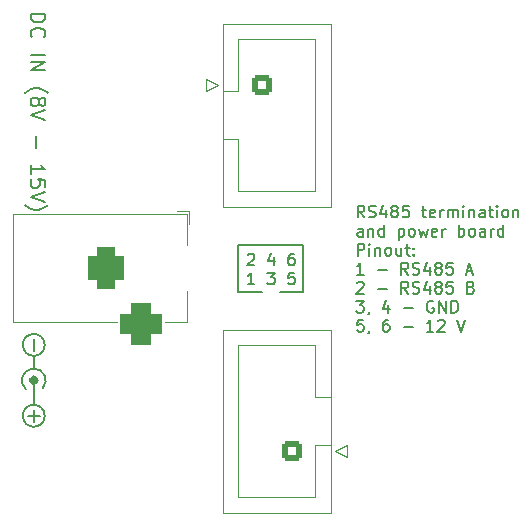
<source format=gto>
G04 #@! TF.GenerationSoftware,KiCad,Pcbnew,8.0.5*
G04 #@! TF.CreationDate,2024-09-14T16:23:26+01:00*
G04 #@! TF.ProjectId,RS485Board,52533438-3542-46f6-9172-642e6b696361,rev?*
G04 #@! TF.SameCoordinates,Original*
G04 #@! TF.FileFunction,Legend,Top*
G04 #@! TF.FilePolarity,Positive*
%FSLAX46Y46*%
G04 Gerber Fmt 4.6, Leading zero omitted, Abs format (unit mm)*
G04 Created by KiCad (PCBNEW 8.0.5) date 2024-09-14 16:23:26*
%MOMM*%
%LPD*%
G01*
G04 APERTURE LIST*
G04 Aperture macros list*
%AMRoundRect*
0 Rectangle with rounded corners*
0 $1 Rounding radius*
0 $2 $3 $4 $5 $6 $7 $8 $9 X,Y pos of 4 corners*
0 Add a 4 corners polygon primitive as box body*
4,1,4,$2,$3,$4,$5,$6,$7,$8,$9,$2,$3,0*
0 Add four circle primitives for the rounded corners*
1,1,$1+$1,$2,$3*
1,1,$1+$1,$4,$5*
1,1,$1+$1,$6,$7*
1,1,$1+$1,$8,$9*
0 Add four rect primitives between the rounded corners*
20,1,$1+$1,$2,$3,$4,$5,0*
20,1,$1+$1,$4,$5,$6,$7,0*
20,1,$1+$1,$6,$7,$8,$9,0*
20,1,$1+$1,$8,$9,$2,$3,0*%
G04 Aperture macros list end*
%ADD10C,0.150000*%
%ADD11C,0.170688*%
%ADD12C,0.500000*%
%ADD13C,0.120000*%
%ADD14C,5.300000*%
%ADD15RoundRect,0.250000X-0.600000X-0.600000X0.600000X-0.600000X0.600000X0.600000X-0.600000X0.600000X0*%
%ADD16C,1.700000*%
%ADD17R,3.500000X3.500000*%
%ADD18RoundRect,0.750000X-0.750000X-1.000000X0.750000X-1.000000X0.750000X1.000000X-0.750000X1.000000X0*%
%ADD19RoundRect,0.875000X-0.875000X-0.875000X0.875000X-0.875000X0.875000X0.875000X-0.875000X0.875000X0*%
%ADD20RoundRect,0.250000X0.600000X0.600000X-0.600000X0.600000X-0.600000X-0.600000X0.600000X-0.600000X0*%
G04 APERTURE END LIST*
D10*
X91925000Y-119000000D02*
X91925000Y-118500000D01*
X109250000Y-114500000D02*
X109250000Y-110500000D01*
X91925000Y-125000000D02*
X91425000Y-125000000D01*
X111250000Y-114500000D02*
X109250000Y-114500000D01*
X114750000Y-110500000D02*
X114750000Y-114500000D01*
X114750000Y-114500000D02*
X112750000Y-114500000D01*
X109250000Y-110500000D02*
X114750000Y-110500000D01*
X91925000Y-125000000D02*
X92425000Y-125000000D01*
X91925000Y-119000000D02*
X91925000Y-119500000D01*
X91925000Y-125000000D02*
X91925000Y-125500000D01*
X91925000Y-125000000D02*
X91925000Y-124500000D01*
X110039160Y-111355113D02*
X110086779Y-111307494D01*
X110086779Y-111307494D02*
X110182017Y-111259875D01*
X110182017Y-111259875D02*
X110420112Y-111259875D01*
X110420112Y-111259875D02*
X110515350Y-111307494D01*
X110515350Y-111307494D02*
X110562969Y-111355113D01*
X110562969Y-111355113D02*
X110610588Y-111450351D01*
X110610588Y-111450351D02*
X110610588Y-111545589D01*
X110610588Y-111545589D02*
X110562969Y-111688446D01*
X110562969Y-111688446D02*
X109991541Y-112259875D01*
X109991541Y-112259875D02*
X110610588Y-112259875D01*
X112229636Y-111593208D02*
X112229636Y-112259875D01*
X111991541Y-111212256D02*
X111753446Y-111926541D01*
X111753446Y-111926541D02*
X112372493Y-111926541D01*
X113943922Y-111259875D02*
X113753446Y-111259875D01*
X113753446Y-111259875D02*
X113658208Y-111307494D01*
X113658208Y-111307494D02*
X113610589Y-111355113D01*
X113610589Y-111355113D02*
X113515351Y-111497970D01*
X113515351Y-111497970D02*
X113467732Y-111688446D01*
X113467732Y-111688446D02*
X113467732Y-112069398D01*
X113467732Y-112069398D02*
X113515351Y-112164636D01*
X113515351Y-112164636D02*
X113562970Y-112212256D01*
X113562970Y-112212256D02*
X113658208Y-112259875D01*
X113658208Y-112259875D02*
X113848684Y-112259875D01*
X113848684Y-112259875D02*
X113943922Y-112212256D01*
X113943922Y-112212256D02*
X113991541Y-112164636D01*
X113991541Y-112164636D02*
X114039160Y-112069398D01*
X114039160Y-112069398D02*
X114039160Y-111831303D01*
X114039160Y-111831303D02*
X113991541Y-111736065D01*
X113991541Y-111736065D02*
X113943922Y-111688446D01*
X113943922Y-111688446D02*
X113848684Y-111640827D01*
X113848684Y-111640827D02*
X113658208Y-111640827D01*
X113658208Y-111640827D02*
X113562970Y-111688446D01*
X113562970Y-111688446D02*
X113515351Y-111736065D01*
X113515351Y-111736065D02*
X113467732Y-111831303D01*
X110610588Y-113869819D02*
X110039160Y-113869819D01*
X110324874Y-113869819D02*
X110324874Y-112869819D01*
X110324874Y-112869819D02*
X110229636Y-113012676D01*
X110229636Y-113012676D02*
X110134398Y-113107914D01*
X110134398Y-113107914D02*
X110039160Y-113155533D01*
X111705827Y-112869819D02*
X112324874Y-112869819D01*
X112324874Y-112869819D02*
X111991541Y-113250771D01*
X111991541Y-113250771D02*
X112134398Y-113250771D01*
X112134398Y-113250771D02*
X112229636Y-113298390D01*
X112229636Y-113298390D02*
X112277255Y-113346009D01*
X112277255Y-113346009D02*
X112324874Y-113441247D01*
X112324874Y-113441247D02*
X112324874Y-113679342D01*
X112324874Y-113679342D02*
X112277255Y-113774580D01*
X112277255Y-113774580D02*
X112229636Y-113822200D01*
X112229636Y-113822200D02*
X112134398Y-113869819D01*
X112134398Y-113869819D02*
X111848684Y-113869819D01*
X111848684Y-113869819D02*
X111753446Y-113822200D01*
X111753446Y-113822200D02*
X111705827Y-113774580D01*
X113991541Y-112869819D02*
X113515351Y-112869819D01*
X113515351Y-112869819D02*
X113467732Y-113346009D01*
X113467732Y-113346009D02*
X113515351Y-113298390D01*
X113515351Y-113298390D02*
X113610589Y-113250771D01*
X113610589Y-113250771D02*
X113848684Y-113250771D01*
X113848684Y-113250771D02*
X113943922Y-113298390D01*
X113943922Y-113298390D02*
X113991541Y-113346009D01*
X113991541Y-113346009D02*
X114039160Y-113441247D01*
X114039160Y-113441247D02*
X114039160Y-113679342D01*
X114039160Y-113679342D02*
X113991541Y-113774580D01*
X113991541Y-113774580D02*
X113943922Y-113822200D01*
X113943922Y-113822200D02*
X113848684Y-113869819D01*
X113848684Y-113869819D02*
X113610589Y-113869819D01*
X113610589Y-113869819D02*
X113515351Y-113822200D01*
X113515351Y-113822200D02*
X113467732Y-113774580D01*
X119908207Y-108210155D02*
X119574874Y-107733964D01*
X119336779Y-108210155D02*
X119336779Y-107210155D01*
X119336779Y-107210155D02*
X119717731Y-107210155D01*
X119717731Y-107210155D02*
X119812969Y-107257774D01*
X119812969Y-107257774D02*
X119860588Y-107305393D01*
X119860588Y-107305393D02*
X119908207Y-107400631D01*
X119908207Y-107400631D02*
X119908207Y-107543488D01*
X119908207Y-107543488D02*
X119860588Y-107638726D01*
X119860588Y-107638726D02*
X119812969Y-107686345D01*
X119812969Y-107686345D02*
X119717731Y-107733964D01*
X119717731Y-107733964D02*
X119336779Y-107733964D01*
X120289160Y-108162536D02*
X120432017Y-108210155D01*
X120432017Y-108210155D02*
X120670112Y-108210155D01*
X120670112Y-108210155D02*
X120765350Y-108162536D01*
X120765350Y-108162536D02*
X120812969Y-108114916D01*
X120812969Y-108114916D02*
X120860588Y-108019678D01*
X120860588Y-108019678D02*
X120860588Y-107924440D01*
X120860588Y-107924440D02*
X120812969Y-107829202D01*
X120812969Y-107829202D02*
X120765350Y-107781583D01*
X120765350Y-107781583D02*
X120670112Y-107733964D01*
X120670112Y-107733964D02*
X120479636Y-107686345D01*
X120479636Y-107686345D02*
X120384398Y-107638726D01*
X120384398Y-107638726D02*
X120336779Y-107591107D01*
X120336779Y-107591107D02*
X120289160Y-107495869D01*
X120289160Y-107495869D02*
X120289160Y-107400631D01*
X120289160Y-107400631D02*
X120336779Y-107305393D01*
X120336779Y-107305393D02*
X120384398Y-107257774D01*
X120384398Y-107257774D02*
X120479636Y-107210155D01*
X120479636Y-107210155D02*
X120717731Y-107210155D01*
X120717731Y-107210155D02*
X120860588Y-107257774D01*
X121717731Y-107543488D02*
X121717731Y-108210155D01*
X121479636Y-107162536D02*
X121241541Y-107876821D01*
X121241541Y-107876821D02*
X121860588Y-107876821D01*
X122384398Y-107638726D02*
X122289160Y-107591107D01*
X122289160Y-107591107D02*
X122241541Y-107543488D01*
X122241541Y-107543488D02*
X122193922Y-107448250D01*
X122193922Y-107448250D02*
X122193922Y-107400631D01*
X122193922Y-107400631D02*
X122241541Y-107305393D01*
X122241541Y-107305393D02*
X122289160Y-107257774D01*
X122289160Y-107257774D02*
X122384398Y-107210155D01*
X122384398Y-107210155D02*
X122574874Y-107210155D01*
X122574874Y-107210155D02*
X122670112Y-107257774D01*
X122670112Y-107257774D02*
X122717731Y-107305393D01*
X122717731Y-107305393D02*
X122765350Y-107400631D01*
X122765350Y-107400631D02*
X122765350Y-107448250D01*
X122765350Y-107448250D02*
X122717731Y-107543488D01*
X122717731Y-107543488D02*
X122670112Y-107591107D01*
X122670112Y-107591107D02*
X122574874Y-107638726D01*
X122574874Y-107638726D02*
X122384398Y-107638726D01*
X122384398Y-107638726D02*
X122289160Y-107686345D01*
X122289160Y-107686345D02*
X122241541Y-107733964D01*
X122241541Y-107733964D02*
X122193922Y-107829202D01*
X122193922Y-107829202D02*
X122193922Y-108019678D01*
X122193922Y-108019678D02*
X122241541Y-108114916D01*
X122241541Y-108114916D02*
X122289160Y-108162536D01*
X122289160Y-108162536D02*
X122384398Y-108210155D01*
X122384398Y-108210155D02*
X122574874Y-108210155D01*
X122574874Y-108210155D02*
X122670112Y-108162536D01*
X122670112Y-108162536D02*
X122717731Y-108114916D01*
X122717731Y-108114916D02*
X122765350Y-108019678D01*
X122765350Y-108019678D02*
X122765350Y-107829202D01*
X122765350Y-107829202D02*
X122717731Y-107733964D01*
X122717731Y-107733964D02*
X122670112Y-107686345D01*
X122670112Y-107686345D02*
X122574874Y-107638726D01*
X123670112Y-107210155D02*
X123193922Y-107210155D01*
X123193922Y-107210155D02*
X123146303Y-107686345D01*
X123146303Y-107686345D02*
X123193922Y-107638726D01*
X123193922Y-107638726D02*
X123289160Y-107591107D01*
X123289160Y-107591107D02*
X123527255Y-107591107D01*
X123527255Y-107591107D02*
X123622493Y-107638726D01*
X123622493Y-107638726D02*
X123670112Y-107686345D01*
X123670112Y-107686345D02*
X123717731Y-107781583D01*
X123717731Y-107781583D02*
X123717731Y-108019678D01*
X123717731Y-108019678D02*
X123670112Y-108114916D01*
X123670112Y-108114916D02*
X123622493Y-108162536D01*
X123622493Y-108162536D02*
X123527255Y-108210155D01*
X123527255Y-108210155D02*
X123289160Y-108210155D01*
X123289160Y-108210155D02*
X123193922Y-108162536D01*
X123193922Y-108162536D02*
X123146303Y-108114916D01*
X124765351Y-107543488D02*
X125146303Y-107543488D01*
X124908208Y-107210155D02*
X124908208Y-108067297D01*
X124908208Y-108067297D02*
X124955827Y-108162536D01*
X124955827Y-108162536D02*
X125051065Y-108210155D01*
X125051065Y-108210155D02*
X125146303Y-108210155D01*
X125860589Y-108162536D02*
X125765351Y-108210155D01*
X125765351Y-108210155D02*
X125574875Y-108210155D01*
X125574875Y-108210155D02*
X125479637Y-108162536D01*
X125479637Y-108162536D02*
X125432018Y-108067297D01*
X125432018Y-108067297D02*
X125432018Y-107686345D01*
X125432018Y-107686345D02*
X125479637Y-107591107D01*
X125479637Y-107591107D02*
X125574875Y-107543488D01*
X125574875Y-107543488D02*
X125765351Y-107543488D01*
X125765351Y-107543488D02*
X125860589Y-107591107D01*
X125860589Y-107591107D02*
X125908208Y-107686345D01*
X125908208Y-107686345D02*
X125908208Y-107781583D01*
X125908208Y-107781583D02*
X125432018Y-107876821D01*
X126336780Y-108210155D02*
X126336780Y-107543488D01*
X126336780Y-107733964D02*
X126384399Y-107638726D01*
X126384399Y-107638726D02*
X126432018Y-107591107D01*
X126432018Y-107591107D02*
X126527256Y-107543488D01*
X126527256Y-107543488D02*
X126622494Y-107543488D01*
X126955828Y-108210155D02*
X126955828Y-107543488D01*
X126955828Y-107638726D02*
X127003447Y-107591107D01*
X127003447Y-107591107D02*
X127098685Y-107543488D01*
X127098685Y-107543488D02*
X127241542Y-107543488D01*
X127241542Y-107543488D02*
X127336780Y-107591107D01*
X127336780Y-107591107D02*
X127384399Y-107686345D01*
X127384399Y-107686345D02*
X127384399Y-108210155D01*
X127384399Y-107686345D02*
X127432018Y-107591107D01*
X127432018Y-107591107D02*
X127527256Y-107543488D01*
X127527256Y-107543488D02*
X127670113Y-107543488D01*
X127670113Y-107543488D02*
X127765352Y-107591107D01*
X127765352Y-107591107D02*
X127812971Y-107686345D01*
X127812971Y-107686345D02*
X127812971Y-108210155D01*
X128289161Y-108210155D02*
X128289161Y-107543488D01*
X128289161Y-107210155D02*
X128241542Y-107257774D01*
X128241542Y-107257774D02*
X128289161Y-107305393D01*
X128289161Y-107305393D02*
X128336780Y-107257774D01*
X128336780Y-107257774D02*
X128289161Y-107210155D01*
X128289161Y-107210155D02*
X128289161Y-107305393D01*
X128765351Y-107543488D02*
X128765351Y-108210155D01*
X128765351Y-107638726D02*
X128812970Y-107591107D01*
X128812970Y-107591107D02*
X128908208Y-107543488D01*
X128908208Y-107543488D02*
X129051065Y-107543488D01*
X129051065Y-107543488D02*
X129146303Y-107591107D01*
X129146303Y-107591107D02*
X129193922Y-107686345D01*
X129193922Y-107686345D02*
X129193922Y-108210155D01*
X130098684Y-108210155D02*
X130098684Y-107686345D01*
X130098684Y-107686345D02*
X130051065Y-107591107D01*
X130051065Y-107591107D02*
X129955827Y-107543488D01*
X129955827Y-107543488D02*
X129765351Y-107543488D01*
X129765351Y-107543488D02*
X129670113Y-107591107D01*
X130098684Y-108162536D02*
X130003446Y-108210155D01*
X130003446Y-108210155D02*
X129765351Y-108210155D01*
X129765351Y-108210155D02*
X129670113Y-108162536D01*
X129670113Y-108162536D02*
X129622494Y-108067297D01*
X129622494Y-108067297D02*
X129622494Y-107972059D01*
X129622494Y-107972059D02*
X129670113Y-107876821D01*
X129670113Y-107876821D02*
X129765351Y-107829202D01*
X129765351Y-107829202D02*
X130003446Y-107829202D01*
X130003446Y-107829202D02*
X130098684Y-107781583D01*
X130432018Y-107543488D02*
X130812970Y-107543488D01*
X130574875Y-107210155D02*
X130574875Y-108067297D01*
X130574875Y-108067297D02*
X130622494Y-108162536D01*
X130622494Y-108162536D02*
X130717732Y-108210155D01*
X130717732Y-108210155D02*
X130812970Y-108210155D01*
X131146304Y-108210155D02*
X131146304Y-107543488D01*
X131146304Y-107210155D02*
X131098685Y-107257774D01*
X131098685Y-107257774D02*
X131146304Y-107305393D01*
X131146304Y-107305393D02*
X131193923Y-107257774D01*
X131193923Y-107257774D02*
X131146304Y-107210155D01*
X131146304Y-107210155D02*
X131146304Y-107305393D01*
X131765351Y-108210155D02*
X131670113Y-108162536D01*
X131670113Y-108162536D02*
X131622494Y-108114916D01*
X131622494Y-108114916D02*
X131574875Y-108019678D01*
X131574875Y-108019678D02*
X131574875Y-107733964D01*
X131574875Y-107733964D02*
X131622494Y-107638726D01*
X131622494Y-107638726D02*
X131670113Y-107591107D01*
X131670113Y-107591107D02*
X131765351Y-107543488D01*
X131765351Y-107543488D02*
X131908208Y-107543488D01*
X131908208Y-107543488D02*
X132003446Y-107591107D01*
X132003446Y-107591107D02*
X132051065Y-107638726D01*
X132051065Y-107638726D02*
X132098684Y-107733964D01*
X132098684Y-107733964D02*
X132098684Y-108019678D01*
X132098684Y-108019678D02*
X132051065Y-108114916D01*
X132051065Y-108114916D02*
X132003446Y-108162536D01*
X132003446Y-108162536D02*
X131908208Y-108210155D01*
X131908208Y-108210155D02*
X131765351Y-108210155D01*
X132527256Y-107543488D02*
X132527256Y-108210155D01*
X132527256Y-107638726D02*
X132574875Y-107591107D01*
X132574875Y-107591107D02*
X132670113Y-107543488D01*
X132670113Y-107543488D02*
X132812970Y-107543488D01*
X132812970Y-107543488D02*
X132908208Y-107591107D01*
X132908208Y-107591107D02*
X132955827Y-107686345D01*
X132955827Y-107686345D02*
X132955827Y-108210155D01*
X119765350Y-109820099D02*
X119765350Y-109296289D01*
X119765350Y-109296289D02*
X119717731Y-109201051D01*
X119717731Y-109201051D02*
X119622493Y-109153432D01*
X119622493Y-109153432D02*
X119432017Y-109153432D01*
X119432017Y-109153432D02*
X119336779Y-109201051D01*
X119765350Y-109772480D02*
X119670112Y-109820099D01*
X119670112Y-109820099D02*
X119432017Y-109820099D01*
X119432017Y-109820099D02*
X119336779Y-109772480D01*
X119336779Y-109772480D02*
X119289160Y-109677241D01*
X119289160Y-109677241D02*
X119289160Y-109582003D01*
X119289160Y-109582003D02*
X119336779Y-109486765D01*
X119336779Y-109486765D02*
X119432017Y-109439146D01*
X119432017Y-109439146D02*
X119670112Y-109439146D01*
X119670112Y-109439146D02*
X119765350Y-109391527D01*
X120241541Y-109153432D02*
X120241541Y-109820099D01*
X120241541Y-109248670D02*
X120289160Y-109201051D01*
X120289160Y-109201051D02*
X120384398Y-109153432D01*
X120384398Y-109153432D02*
X120527255Y-109153432D01*
X120527255Y-109153432D02*
X120622493Y-109201051D01*
X120622493Y-109201051D02*
X120670112Y-109296289D01*
X120670112Y-109296289D02*
X120670112Y-109820099D01*
X121574874Y-109820099D02*
X121574874Y-108820099D01*
X121574874Y-109772480D02*
X121479636Y-109820099D01*
X121479636Y-109820099D02*
X121289160Y-109820099D01*
X121289160Y-109820099D02*
X121193922Y-109772480D01*
X121193922Y-109772480D02*
X121146303Y-109724860D01*
X121146303Y-109724860D02*
X121098684Y-109629622D01*
X121098684Y-109629622D02*
X121098684Y-109343908D01*
X121098684Y-109343908D02*
X121146303Y-109248670D01*
X121146303Y-109248670D02*
X121193922Y-109201051D01*
X121193922Y-109201051D02*
X121289160Y-109153432D01*
X121289160Y-109153432D02*
X121479636Y-109153432D01*
X121479636Y-109153432D02*
X121574874Y-109201051D01*
X122812970Y-109153432D02*
X122812970Y-110153432D01*
X122812970Y-109201051D02*
X122908208Y-109153432D01*
X122908208Y-109153432D02*
X123098684Y-109153432D01*
X123098684Y-109153432D02*
X123193922Y-109201051D01*
X123193922Y-109201051D02*
X123241541Y-109248670D01*
X123241541Y-109248670D02*
X123289160Y-109343908D01*
X123289160Y-109343908D02*
X123289160Y-109629622D01*
X123289160Y-109629622D02*
X123241541Y-109724860D01*
X123241541Y-109724860D02*
X123193922Y-109772480D01*
X123193922Y-109772480D02*
X123098684Y-109820099D01*
X123098684Y-109820099D02*
X122908208Y-109820099D01*
X122908208Y-109820099D02*
X122812970Y-109772480D01*
X123860589Y-109820099D02*
X123765351Y-109772480D01*
X123765351Y-109772480D02*
X123717732Y-109724860D01*
X123717732Y-109724860D02*
X123670113Y-109629622D01*
X123670113Y-109629622D02*
X123670113Y-109343908D01*
X123670113Y-109343908D02*
X123717732Y-109248670D01*
X123717732Y-109248670D02*
X123765351Y-109201051D01*
X123765351Y-109201051D02*
X123860589Y-109153432D01*
X123860589Y-109153432D02*
X124003446Y-109153432D01*
X124003446Y-109153432D02*
X124098684Y-109201051D01*
X124098684Y-109201051D02*
X124146303Y-109248670D01*
X124146303Y-109248670D02*
X124193922Y-109343908D01*
X124193922Y-109343908D02*
X124193922Y-109629622D01*
X124193922Y-109629622D02*
X124146303Y-109724860D01*
X124146303Y-109724860D02*
X124098684Y-109772480D01*
X124098684Y-109772480D02*
X124003446Y-109820099D01*
X124003446Y-109820099D02*
X123860589Y-109820099D01*
X124527256Y-109153432D02*
X124717732Y-109820099D01*
X124717732Y-109820099D02*
X124908208Y-109343908D01*
X124908208Y-109343908D02*
X125098684Y-109820099D01*
X125098684Y-109820099D02*
X125289160Y-109153432D01*
X126051065Y-109772480D02*
X125955827Y-109820099D01*
X125955827Y-109820099D02*
X125765351Y-109820099D01*
X125765351Y-109820099D02*
X125670113Y-109772480D01*
X125670113Y-109772480D02*
X125622494Y-109677241D01*
X125622494Y-109677241D02*
X125622494Y-109296289D01*
X125622494Y-109296289D02*
X125670113Y-109201051D01*
X125670113Y-109201051D02*
X125765351Y-109153432D01*
X125765351Y-109153432D02*
X125955827Y-109153432D01*
X125955827Y-109153432D02*
X126051065Y-109201051D01*
X126051065Y-109201051D02*
X126098684Y-109296289D01*
X126098684Y-109296289D02*
X126098684Y-109391527D01*
X126098684Y-109391527D02*
X125622494Y-109486765D01*
X126527256Y-109820099D02*
X126527256Y-109153432D01*
X126527256Y-109343908D02*
X126574875Y-109248670D01*
X126574875Y-109248670D02*
X126622494Y-109201051D01*
X126622494Y-109201051D02*
X126717732Y-109153432D01*
X126717732Y-109153432D02*
X126812970Y-109153432D01*
X127908209Y-109820099D02*
X127908209Y-108820099D01*
X127908209Y-109201051D02*
X128003447Y-109153432D01*
X128003447Y-109153432D02*
X128193923Y-109153432D01*
X128193923Y-109153432D02*
X128289161Y-109201051D01*
X128289161Y-109201051D02*
X128336780Y-109248670D01*
X128336780Y-109248670D02*
X128384399Y-109343908D01*
X128384399Y-109343908D02*
X128384399Y-109629622D01*
X128384399Y-109629622D02*
X128336780Y-109724860D01*
X128336780Y-109724860D02*
X128289161Y-109772480D01*
X128289161Y-109772480D02*
X128193923Y-109820099D01*
X128193923Y-109820099D02*
X128003447Y-109820099D01*
X128003447Y-109820099D02*
X127908209Y-109772480D01*
X128955828Y-109820099D02*
X128860590Y-109772480D01*
X128860590Y-109772480D02*
X128812971Y-109724860D01*
X128812971Y-109724860D02*
X128765352Y-109629622D01*
X128765352Y-109629622D02*
X128765352Y-109343908D01*
X128765352Y-109343908D02*
X128812971Y-109248670D01*
X128812971Y-109248670D02*
X128860590Y-109201051D01*
X128860590Y-109201051D02*
X128955828Y-109153432D01*
X128955828Y-109153432D02*
X129098685Y-109153432D01*
X129098685Y-109153432D02*
X129193923Y-109201051D01*
X129193923Y-109201051D02*
X129241542Y-109248670D01*
X129241542Y-109248670D02*
X129289161Y-109343908D01*
X129289161Y-109343908D02*
X129289161Y-109629622D01*
X129289161Y-109629622D02*
X129241542Y-109724860D01*
X129241542Y-109724860D02*
X129193923Y-109772480D01*
X129193923Y-109772480D02*
X129098685Y-109820099D01*
X129098685Y-109820099D02*
X128955828Y-109820099D01*
X130146304Y-109820099D02*
X130146304Y-109296289D01*
X130146304Y-109296289D02*
X130098685Y-109201051D01*
X130098685Y-109201051D02*
X130003447Y-109153432D01*
X130003447Y-109153432D02*
X129812971Y-109153432D01*
X129812971Y-109153432D02*
X129717733Y-109201051D01*
X130146304Y-109772480D02*
X130051066Y-109820099D01*
X130051066Y-109820099D02*
X129812971Y-109820099D01*
X129812971Y-109820099D02*
X129717733Y-109772480D01*
X129717733Y-109772480D02*
X129670114Y-109677241D01*
X129670114Y-109677241D02*
X129670114Y-109582003D01*
X129670114Y-109582003D02*
X129717733Y-109486765D01*
X129717733Y-109486765D02*
X129812971Y-109439146D01*
X129812971Y-109439146D02*
X130051066Y-109439146D01*
X130051066Y-109439146D02*
X130146304Y-109391527D01*
X130622495Y-109820099D02*
X130622495Y-109153432D01*
X130622495Y-109343908D02*
X130670114Y-109248670D01*
X130670114Y-109248670D02*
X130717733Y-109201051D01*
X130717733Y-109201051D02*
X130812971Y-109153432D01*
X130812971Y-109153432D02*
X130908209Y-109153432D01*
X131670114Y-109820099D02*
X131670114Y-108820099D01*
X131670114Y-109772480D02*
X131574876Y-109820099D01*
X131574876Y-109820099D02*
X131384400Y-109820099D01*
X131384400Y-109820099D02*
X131289162Y-109772480D01*
X131289162Y-109772480D02*
X131241543Y-109724860D01*
X131241543Y-109724860D02*
X131193924Y-109629622D01*
X131193924Y-109629622D02*
X131193924Y-109343908D01*
X131193924Y-109343908D02*
X131241543Y-109248670D01*
X131241543Y-109248670D02*
X131289162Y-109201051D01*
X131289162Y-109201051D02*
X131384400Y-109153432D01*
X131384400Y-109153432D02*
X131574876Y-109153432D01*
X131574876Y-109153432D02*
X131670114Y-109201051D01*
X119336779Y-111430043D02*
X119336779Y-110430043D01*
X119336779Y-110430043D02*
X119717731Y-110430043D01*
X119717731Y-110430043D02*
X119812969Y-110477662D01*
X119812969Y-110477662D02*
X119860588Y-110525281D01*
X119860588Y-110525281D02*
X119908207Y-110620519D01*
X119908207Y-110620519D02*
X119908207Y-110763376D01*
X119908207Y-110763376D02*
X119860588Y-110858614D01*
X119860588Y-110858614D02*
X119812969Y-110906233D01*
X119812969Y-110906233D02*
X119717731Y-110953852D01*
X119717731Y-110953852D02*
X119336779Y-110953852D01*
X120336779Y-111430043D02*
X120336779Y-110763376D01*
X120336779Y-110430043D02*
X120289160Y-110477662D01*
X120289160Y-110477662D02*
X120336779Y-110525281D01*
X120336779Y-110525281D02*
X120384398Y-110477662D01*
X120384398Y-110477662D02*
X120336779Y-110430043D01*
X120336779Y-110430043D02*
X120336779Y-110525281D01*
X120812969Y-110763376D02*
X120812969Y-111430043D01*
X120812969Y-110858614D02*
X120860588Y-110810995D01*
X120860588Y-110810995D02*
X120955826Y-110763376D01*
X120955826Y-110763376D02*
X121098683Y-110763376D01*
X121098683Y-110763376D02*
X121193921Y-110810995D01*
X121193921Y-110810995D02*
X121241540Y-110906233D01*
X121241540Y-110906233D02*
X121241540Y-111430043D01*
X121860588Y-111430043D02*
X121765350Y-111382424D01*
X121765350Y-111382424D02*
X121717731Y-111334804D01*
X121717731Y-111334804D02*
X121670112Y-111239566D01*
X121670112Y-111239566D02*
X121670112Y-110953852D01*
X121670112Y-110953852D02*
X121717731Y-110858614D01*
X121717731Y-110858614D02*
X121765350Y-110810995D01*
X121765350Y-110810995D02*
X121860588Y-110763376D01*
X121860588Y-110763376D02*
X122003445Y-110763376D01*
X122003445Y-110763376D02*
X122098683Y-110810995D01*
X122098683Y-110810995D02*
X122146302Y-110858614D01*
X122146302Y-110858614D02*
X122193921Y-110953852D01*
X122193921Y-110953852D02*
X122193921Y-111239566D01*
X122193921Y-111239566D02*
X122146302Y-111334804D01*
X122146302Y-111334804D02*
X122098683Y-111382424D01*
X122098683Y-111382424D02*
X122003445Y-111430043D01*
X122003445Y-111430043D02*
X121860588Y-111430043D01*
X123051064Y-110763376D02*
X123051064Y-111430043D01*
X122622493Y-110763376D02*
X122622493Y-111287185D01*
X122622493Y-111287185D02*
X122670112Y-111382424D01*
X122670112Y-111382424D02*
X122765350Y-111430043D01*
X122765350Y-111430043D02*
X122908207Y-111430043D01*
X122908207Y-111430043D02*
X123003445Y-111382424D01*
X123003445Y-111382424D02*
X123051064Y-111334804D01*
X123384398Y-110763376D02*
X123765350Y-110763376D01*
X123527255Y-110430043D02*
X123527255Y-111287185D01*
X123527255Y-111287185D02*
X123574874Y-111382424D01*
X123574874Y-111382424D02*
X123670112Y-111430043D01*
X123670112Y-111430043D02*
X123765350Y-111430043D01*
X124098684Y-111334804D02*
X124146303Y-111382424D01*
X124146303Y-111382424D02*
X124098684Y-111430043D01*
X124098684Y-111430043D02*
X124051065Y-111382424D01*
X124051065Y-111382424D02*
X124098684Y-111334804D01*
X124098684Y-111334804D02*
X124098684Y-111430043D01*
X124098684Y-110810995D02*
X124146303Y-110858614D01*
X124146303Y-110858614D02*
X124098684Y-110906233D01*
X124098684Y-110906233D02*
X124051065Y-110858614D01*
X124051065Y-110858614D02*
X124098684Y-110810995D01*
X124098684Y-110810995D02*
X124098684Y-110906233D01*
X119860588Y-113039987D02*
X119289160Y-113039987D01*
X119574874Y-113039987D02*
X119574874Y-112039987D01*
X119574874Y-112039987D02*
X119479636Y-112182844D01*
X119479636Y-112182844D02*
X119384398Y-112278082D01*
X119384398Y-112278082D02*
X119289160Y-112325701D01*
X121051065Y-112659034D02*
X121812970Y-112659034D01*
X123622493Y-113039987D02*
X123289160Y-112563796D01*
X123051065Y-113039987D02*
X123051065Y-112039987D01*
X123051065Y-112039987D02*
X123432017Y-112039987D01*
X123432017Y-112039987D02*
X123527255Y-112087606D01*
X123527255Y-112087606D02*
X123574874Y-112135225D01*
X123574874Y-112135225D02*
X123622493Y-112230463D01*
X123622493Y-112230463D02*
X123622493Y-112373320D01*
X123622493Y-112373320D02*
X123574874Y-112468558D01*
X123574874Y-112468558D02*
X123527255Y-112516177D01*
X123527255Y-112516177D02*
X123432017Y-112563796D01*
X123432017Y-112563796D02*
X123051065Y-112563796D01*
X124003446Y-112992368D02*
X124146303Y-113039987D01*
X124146303Y-113039987D02*
X124384398Y-113039987D01*
X124384398Y-113039987D02*
X124479636Y-112992368D01*
X124479636Y-112992368D02*
X124527255Y-112944748D01*
X124527255Y-112944748D02*
X124574874Y-112849510D01*
X124574874Y-112849510D02*
X124574874Y-112754272D01*
X124574874Y-112754272D02*
X124527255Y-112659034D01*
X124527255Y-112659034D02*
X124479636Y-112611415D01*
X124479636Y-112611415D02*
X124384398Y-112563796D01*
X124384398Y-112563796D02*
X124193922Y-112516177D01*
X124193922Y-112516177D02*
X124098684Y-112468558D01*
X124098684Y-112468558D02*
X124051065Y-112420939D01*
X124051065Y-112420939D02*
X124003446Y-112325701D01*
X124003446Y-112325701D02*
X124003446Y-112230463D01*
X124003446Y-112230463D02*
X124051065Y-112135225D01*
X124051065Y-112135225D02*
X124098684Y-112087606D01*
X124098684Y-112087606D02*
X124193922Y-112039987D01*
X124193922Y-112039987D02*
X124432017Y-112039987D01*
X124432017Y-112039987D02*
X124574874Y-112087606D01*
X125432017Y-112373320D02*
X125432017Y-113039987D01*
X125193922Y-111992368D02*
X124955827Y-112706653D01*
X124955827Y-112706653D02*
X125574874Y-112706653D01*
X126098684Y-112468558D02*
X126003446Y-112420939D01*
X126003446Y-112420939D02*
X125955827Y-112373320D01*
X125955827Y-112373320D02*
X125908208Y-112278082D01*
X125908208Y-112278082D02*
X125908208Y-112230463D01*
X125908208Y-112230463D02*
X125955827Y-112135225D01*
X125955827Y-112135225D02*
X126003446Y-112087606D01*
X126003446Y-112087606D02*
X126098684Y-112039987D01*
X126098684Y-112039987D02*
X126289160Y-112039987D01*
X126289160Y-112039987D02*
X126384398Y-112087606D01*
X126384398Y-112087606D02*
X126432017Y-112135225D01*
X126432017Y-112135225D02*
X126479636Y-112230463D01*
X126479636Y-112230463D02*
X126479636Y-112278082D01*
X126479636Y-112278082D02*
X126432017Y-112373320D01*
X126432017Y-112373320D02*
X126384398Y-112420939D01*
X126384398Y-112420939D02*
X126289160Y-112468558D01*
X126289160Y-112468558D02*
X126098684Y-112468558D01*
X126098684Y-112468558D02*
X126003446Y-112516177D01*
X126003446Y-112516177D02*
X125955827Y-112563796D01*
X125955827Y-112563796D02*
X125908208Y-112659034D01*
X125908208Y-112659034D02*
X125908208Y-112849510D01*
X125908208Y-112849510D02*
X125955827Y-112944748D01*
X125955827Y-112944748D02*
X126003446Y-112992368D01*
X126003446Y-112992368D02*
X126098684Y-113039987D01*
X126098684Y-113039987D02*
X126289160Y-113039987D01*
X126289160Y-113039987D02*
X126384398Y-112992368D01*
X126384398Y-112992368D02*
X126432017Y-112944748D01*
X126432017Y-112944748D02*
X126479636Y-112849510D01*
X126479636Y-112849510D02*
X126479636Y-112659034D01*
X126479636Y-112659034D02*
X126432017Y-112563796D01*
X126432017Y-112563796D02*
X126384398Y-112516177D01*
X126384398Y-112516177D02*
X126289160Y-112468558D01*
X127384398Y-112039987D02*
X126908208Y-112039987D01*
X126908208Y-112039987D02*
X126860589Y-112516177D01*
X126860589Y-112516177D02*
X126908208Y-112468558D01*
X126908208Y-112468558D02*
X127003446Y-112420939D01*
X127003446Y-112420939D02*
X127241541Y-112420939D01*
X127241541Y-112420939D02*
X127336779Y-112468558D01*
X127336779Y-112468558D02*
X127384398Y-112516177D01*
X127384398Y-112516177D02*
X127432017Y-112611415D01*
X127432017Y-112611415D02*
X127432017Y-112849510D01*
X127432017Y-112849510D02*
X127384398Y-112944748D01*
X127384398Y-112944748D02*
X127336779Y-112992368D01*
X127336779Y-112992368D02*
X127241541Y-113039987D01*
X127241541Y-113039987D02*
X127003446Y-113039987D01*
X127003446Y-113039987D02*
X126908208Y-112992368D01*
X126908208Y-112992368D02*
X126860589Y-112944748D01*
X128574875Y-112754272D02*
X129051065Y-112754272D01*
X128479637Y-113039987D02*
X128812970Y-112039987D01*
X128812970Y-112039987D02*
X129146303Y-113039987D01*
X119289160Y-113745169D02*
X119336779Y-113697550D01*
X119336779Y-113697550D02*
X119432017Y-113649931D01*
X119432017Y-113649931D02*
X119670112Y-113649931D01*
X119670112Y-113649931D02*
X119765350Y-113697550D01*
X119765350Y-113697550D02*
X119812969Y-113745169D01*
X119812969Y-113745169D02*
X119860588Y-113840407D01*
X119860588Y-113840407D02*
X119860588Y-113935645D01*
X119860588Y-113935645D02*
X119812969Y-114078502D01*
X119812969Y-114078502D02*
X119241541Y-114649931D01*
X119241541Y-114649931D02*
X119860588Y-114649931D01*
X121051065Y-114268978D02*
X121812970Y-114268978D01*
X123622493Y-114649931D02*
X123289160Y-114173740D01*
X123051065Y-114649931D02*
X123051065Y-113649931D01*
X123051065Y-113649931D02*
X123432017Y-113649931D01*
X123432017Y-113649931D02*
X123527255Y-113697550D01*
X123527255Y-113697550D02*
X123574874Y-113745169D01*
X123574874Y-113745169D02*
X123622493Y-113840407D01*
X123622493Y-113840407D02*
X123622493Y-113983264D01*
X123622493Y-113983264D02*
X123574874Y-114078502D01*
X123574874Y-114078502D02*
X123527255Y-114126121D01*
X123527255Y-114126121D02*
X123432017Y-114173740D01*
X123432017Y-114173740D02*
X123051065Y-114173740D01*
X124003446Y-114602312D02*
X124146303Y-114649931D01*
X124146303Y-114649931D02*
X124384398Y-114649931D01*
X124384398Y-114649931D02*
X124479636Y-114602312D01*
X124479636Y-114602312D02*
X124527255Y-114554692D01*
X124527255Y-114554692D02*
X124574874Y-114459454D01*
X124574874Y-114459454D02*
X124574874Y-114364216D01*
X124574874Y-114364216D02*
X124527255Y-114268978D01*
X124527255Y-114268978D02*
X124479636Y-114221359D01*
X124479636Y-114221359D02*
X124384398Y-114173740D01*
X124384398Y-114173740D02*
X124193922Y-114126121D01*
X124193922Y-114126121D02*
X124098684Y-114078502D01*
X124098684Y-114078502D02*
X124051065Y-114030883D01*
X124051065Y-114030883D02*
X124003446Y-113935645D01*
X124003446Y-113935645D02*
X124003446Y-113840407D01*
X124003446Y-113840407D02*
X124051065Y-113745169D01*
X124051065Y-113745169D02*
X124098684Y-113697550D01*
X124098684Y-113697550D02*
X124193922Y-113649931D01*
X124193922Y-113649931D02*
X124432017Y-113649931D01*
X124432017Y-113649931D02*
X124574874Y-113697550D01*
X125432017Y-113983264D02*
X125432017Y-114649931D01*
X125193922Y-113602312D02*
X124955827Y-114316597D01*
X124955827Y-114316597D02*
X125574874Y-114316597D01*
X126098684Y-114078502D02*
X126003446Y-114030883D01*
X126003446Y-114030883D02*
X125955827Y-113983264D01*
X125955827Y-113983264D02*
X125908208Y-113888026D01*
X125908208Y-113888026D02*
X125908208Y-113840407D01*
X125908208Y-113840407D02*
X125955827Y-113745169D01*
X125955827Y-113745169D02*
X126003446Y-113697550D01*
X126003446Y-113697550D02*
X126098684Y-113649931D01*
X126098684Y-113649931D02*
X126289160Y-113649931D01*
X126289160Y-113649931D02*
X126384398Y-113697550D01*
X126384398Y-113697550D02*
X126432017Y-113745169D01*
X126432017Y-113745169D02*
X126479636Y-113840407D01*
X126479636Y-113840407D02*
X126479636Y-113888026D01*
X126479636Y-113888026D02*
X126432017Y-113983264D01*
X126432017Y-113983264D02*
X126384398Y-114030883D01*
X126384398Y-114030883D02*
X126289160Y-114078502D01*
X126289160Y-114078502D02*
X126098684Y-114078502D01*
X126098684Y-114078502D02*
X126003446Y-114126121D01*
X126003446Y-114126121D02*
X125955827Y-114173740D01*
X125955827Y-114173740D02*
X125908208Y-114268978D01*
X125908208Y-114268978D02*
X125908208Y-114459454D01*
X125908208Y-114459454D02*
X125955827Y-114554692D01*
X125955827Y-114554692D02*
X126003446Y-114602312D01*
X126003446Y-114602312D02*
X126098684Y-114649931D01*
X126098684Y-114649931D02*
X126289160Y-114649931D01*
X126289160Y-114649931D02*
X126384398Y-114602312D01*
X126384398Y-114602312D02*
X126432017Y-114554692D01*
X126432017Y-114554692D02*
X126479636Y-114459454D01*
X126479636Y-114459454D02*
X126479636Y-114268978D01*
X126479636Y-114268978D02*
X126432017Y-114173740D01*
X126432017Y-114173740D02*
X126384398Y-114126121D01*
X126384398Y-114126121D02*
X126289160Y-114078502D01*
X127384398Y-113649931D02*
X126908208Y-113649931D01*
X126908208Y-113649931D02*
X126860589Y-114126121D01*
X126860589Y-114126121D02*
X126908208Y-114078502D01*
X126908208Y-114078502D02*
X127003446Y-114030883D01*
X127003446Y-114030883D02*
X127241541Y-114030883D01*
X127241541Y-114030883D02*
X127336779Y-114078502D01*
X127336779Y-114078502D02*
X127384398Y-114126121D01*
X127384398Y-114126121D02*
X127432017Y-114221359D01*
X127432017Y-114221359D02*
X127432017Y-114459454D01*
X127432017Y-114459454D02*
X127384398Y-114554692D01*
X127384398Y-114554692D02*
X127336779Y-114602312D01*
X127336779Y-114602312D02*
X127241541Y-114649931D01*
X127241541Y-114649931D02*
X127003446Y-114649931D01*
X127003446Y-114649931D02*
X126908208Y-114602312D01*
X126908208Y-114602312D02*
X126860589Y-114554692D01*
X128955827Y-114126121D02*
X129098684Y-114173740D01*
X129098684Y-114173740D02*
X129146303Y-114221359D01*
X129146303Y-114221359D02*
X129193922Y-114316597D01*
X129193922Y-114316597D02*
X129193922Y-114459454D01*
X129193922Y-114459454D02*
X129146303Y-114554692D01*
X129146303Y-114554692D02*
X129098684Y-114602312D01*
X129098684Y-114602312D02*
X129003446Y-114649931D01*
X129003446Y-114649931D02*
X128622494Y-114649931D01*
X128622494Y-114649931D02*
X128622494Y-113649931D01*
X128622494Y-113649931D02*
X128955827Y-113649931D01*
X128955827Y-113649931D02*
X129051065Y-113697550D01*
X129051065Y-113697550D02*
X129098684Y-113745169D01*
X129098684Y-113745169D02*
X129146303Y-113840407D01*
X129146303Y-113840407D02*
X129146303Y-113935645D01*
X129146303Y-113935645D02*
X129098684Y-114030883D01*
X129098684Y-114030883D02*
X129051065Y-114078502D01*
X129051065Y-114078502D02*
X128955827Y-114126121D01*
X128955827Y-114126121D02*
X128622494Y-114126121D01*
X119241541Y-115259875D02*
X119860588Y-115259875D01*
X119860588Y-115259875D02*
X119527255Y-115640827D01*
X119527255Y-115640827D02*
X119670112Y-115640827D01*
X119670112Y-115640827D02*
X119765350Y-115688446D01*
X119765350Y-115688446D02*
X119812969Y-115736065D01*
X119812969Y-115736065D02*
X119860588Y-115831303D01*
X119860588Y-115831303D02*
X119860588Y-116069398D01*
X119860588Y-116069398D02*
X119812969Y-116164636D01*
X119812969Y-116164636D02*
X119765350Y-116212256D01*
X119765350Y-116212256D02*
X119670112Y-116259875D01*
X119670112Y-116259875D02*
X119384398Y-116259875D01*
X119384398Y-116259875D02*
X119289160Y-116212256D01*
X119289160Y-116212256D02*
X119241541Y-116164636D01*
X120336779Y-116212256D02*
X120336779Y-116259875D01*
X120336779Y-116259875D02*
X120289160Y-116355113D01*
X120289160Y-116355113D02*
X120241541Y-116402732D01*
X121955826Y-115593208D02*
X121955826Y-116259875D01*
X121717731Y-115212256D02*
X121479636Y-115926541D01*
X121479636Y-115926541D02*
X122098683Y-115926541D01*
X123241541Y-115878922D02*
X124003446Y-115878922D01*
X125765350Y-115307494D02*
X125670112Y-115259875D01*
X125670112Y-115259875D02*
X125527255Y-115259875D01*
X125527255Y-115259875D02*
X125384398Y-115307494D01*
X125384398Y-115307494D02*
X125289160Y-115402732D01*
X125289160Y-115402732D02*
X125241541Y-115497970D01*
X125241541Y-115497970D02*
X125193922Y-115688446D01*
X125193922Y-115688446D02*
X125193922Y-115831303D01*
X125193922Y-115831303D02*
X125241541Y-116021779D01*
X125241541Y-116021779D02*
X125289160Y-116117017D01*
X125289160Y-116117017D02*
X125384398Y-116212256D01*
X125384398Y-116212256D02*
X125527255Y-116259875D01*
X125527255Y-116259875D02*
X125622493Y-116259875D01*
X125622493Y-116259875D02*
X125765350Y-116212256D01*
X125765350Y-116212256D02*
X125812969Y-116164636D01*
X125812969Y-116164636D02*
X125812969Y-115831303D01*
X125812969Y-115831303D02*
X125622493Y-115831303D01*
X126241541Y-116259875D02*
X126241541Y-115259875D01*
X126241541Y-115259875D02*
X126812969Y-116259875D01*
X126812969Y-116259875D02*
X126812969Y-115259875D01*
X127289160Y-116259875D02*
X127289160Y-115259875D01*
X127289160Y-115259875D02*
X127527255Y-115259875D01*
X127527255Y-115259875D02*
X127670112Y-115307494D01*
X127670112Y-115307494D02*
X127765350Y-115402732D01*
X127765350Y-115402732D02*
X127812969Y-115497970D01*
X127812969Y-115497970D02*
X127860588Y-115688446D01*
X127860588Y-115688446D02*
X127860588Y-115831303D01*
X127860588Y-115831303D02*
X127812969Y-116021779D01*
X127812969Y-116021779D02*
X127765350Y-116117017D01*
X127765350Y-116117017D02*
X127670112Y-116212256D01*
X127670112Y-116212256D02*
X127527255Y-116259875D01*
X127527255Y-116259875D02*
X127289160Y-116259875D01*
X119812969Y-116869819D02*
X119336779Y-116869819D01*
X119336779Y-116869819D02*
X119289160Y-117346009D01*
X119289160Y-117346009D02*
X119336779Y-117298390D01*
X119336779Y-117298390D02*
X119432017Y-117250771D01*
X119432017Y-117250771D02*
X119670112Y-117250771D01*
X119670112Y-117250771D02*
X119765350Y-117298390D01*
X119765350Y-117298390D02*
X119812969Y-117346009D01*
X119812969Y-117346009D02*
X119860588Y-117441247D01*
X119860588Y-117441247D02*
X119860588Y-117679342D01*
X119860588Y-117679342D02*
X119812969Y-117774580D01*
X119812969Y-117774580D02*
X119765350Y-117822200D01*
X119765350Y-117822200D02*
X119670112Y-117869819D01*
X119670112Y-117869819D02*
X119432017Y-117869819D01*
X119432017Y-117869819D02*
X119336779Y-117822200D01*
X119336779Y-117822200D02*
X119289160Y-117774580D01*
X120336779Y-117822200D02*
X120336779Y-117869819D01*
X120336779Y-117869819D02*
X120289160Y-117965057D01*
X120289160Y-117965057D02*
X120241541Y-118012676D01*
X121955826Y-116869819D02*
X121765350Y-116869819D01*
X121765350Y-116869819D02*
X121670112Y-116917438D01*
X121670112Y-116917438D02*
X121622493Y-116965057D01*
X121622493Y-116965057D02*
X121527255Y-117107914D01*
X121527255Y-117107914D02*
X121479636Y-117298390D01*
X121479636Y-117298390D02*
X121479636Y-117679342D01*
X121479636Y-117679342D02*
X121527255Y-117774580D01*
X121527255Y-117774580D02*
X121574874Y-117822200D01*
X121574874Y-117822200D02*
X121670112Y-117869819D01*
X121670112Y-117869819D02*
X121860588Y-117869819D01*
X121860588Y-117869819D02*
X121955826Y-117822200D01*
X121955826Y-117822200D02*
X122003445Y-117774580D01*
X122003445Y-117774580D02*
X122051064Y-117679342D01*
X122051064Y-117679342D02*
X122051064Y-117441247D01*
X122051064Y-117441247D02*
X122003445Y-117346009D01*
X122003445Y-117346009D02*
X121955826Y-117298390D01*
X121955826Y-117298390D02*
X121860588Y-117250771D01*
X121860588Y-117250771D02*
X121670112Y-117250771D01*
X121670112Y-117250771D02*
X121574874Y-117298390D01*
X121574874Y-117298390D02*
X121527255Y-117346009D01*
X121527255Y-117346009D02*
X121479636Y-117441247D01*
X123241541Y-117488866D02*
X124003446Y-117488866D01*
X125765350Y-117869819D02*
X125193922Y-117869819D01*
X125479636Y-117869819D02*
X125479636Y-116869819D01*
X125479636Y-116869819D02*
X125384398Y-117012676D01*
X125384398Y-117012676D02*
X125289160Y-117107914D01*
X125289160Y-117107914D02*
X125193922Y-117155533D01*
X126146303Y-116965057D02*
X126193922Y-116917438D01*
X126193922Y-116917438D02*
X126289160Y-116869819D01*
X126289160Y-116869819D02*
X126527255Y-116869819D01*
X126527255Y-116869819D02*
X126622493Y-116917438D01*
X126622493Y-116917438D02*
X126670112Y-116965057D01*
X126670112Y-116965057D02*
X126717731Y-117060295D01*
X126717731Y-117060295D02*
X126717731Y-117155533D01*
X126717731Y-117155533D02*
X126670112Y-117298390D01*
X126670112Y-117298390D02*
X126098684Y-117869819D01*
X126098684Y-117869819D02*
X126717731Y-117869819D01*
X127765351Y-116869819D02*
X128098684Y-117869819D01*
X128098684Y-117869819D02*
X128432017Y-116869819D01*
D11*
X91662061Y-90964858D02*
X92913773Y-90964858D01*
X92913773Y-90964858D02*
X92913773Y-91262885D01*
X92913773Y-91262885D02*
X92854168Y-91441701D01*
X92854168Y-91441701D02*
X92734957Y-91560912D01*
X92734957Y-91560912D02*
X92615747Y-91620517D01*
X92615747Y-91620517D02*
X92377325Y-91680122D01*
X92377325Y-91680122D02*
X92198509Y-91680122D01*
X92198509Y-91680122D02*
X91960088Y-91620517D01*
X91960088Y-91620517D02*
X91840877Y-91560912D01*
X91840877Y-91560912D02*
X91721667Y-91441701D01*
X91721667Y-91441701D02*
X91662061Y-91262885D01*
X91662061Y-91262885D02*
X91662061Y-90964858D01*
X91781272Y-92931834D02*
X91721667Y-92872229D01*
X91721667Y-92872229D02*
X91662061Y-92693413D01*
X91662061Y-92693413D02*
X91662061Y-92574202D01*
X91662061Y-92574202D02*
X91721667Y-92395386D01*
X91721667Y-92395386D02*
X91840877Y-92276176D01*
X91840877Y-92276176D02*
X91960088Y-92216570D01*
X91960088Y-92216570D02*
X92198509Y-92156965D01*
X92198509Y-92156965D02*
X92377325Y-92156965D01*
X92377325Y-92156965D02*
X92615747Y-92216570D01*
X92615747Y-92216570D02*
X92734957Y-92276176D01*
X92734957Y-92276176D02*
X92854168Y-92395386D01*
X92854168Y-92395386D02*
X92913773Y-92574202D01*
X92913773Y-92574202D02*
X92913773Y-92693413D01*
X92913773Y-92693413D02*
X92854168Y-92872229D01*
X92854168Y-92872229D02*
X92794563Y-92931834D01*
X91662061Y-94421967D02*
X92913773Y-94421967D01*
X91662061Y-95018020D02*
X92913773Y-95018020D01*
X92913773Y-95018020D02*
X91662061Y-95733284D01*
X91662061Y-95733284D02*
X92913773Y-95733284D01*
X91185219Y-97640654D02*
X91244824Y-97581049D01*
X91244824Y-97581049D02*
X91423640Y-97461838D01*
X91423640Y-97461838D02*
X91542851Y-97402233D01*
X91542851Y-97402233D02*
X91721667Y-97342628D01*
X91721667Y-97342628D02*
X92019693Y-97283022D01*
X92019693Y-97283022D02*
X92258115Y-97283022D01*
X92258115Y-97283022D02*
X92556141Y-97342628D01*
X92556141Y-97342628D02*
X92734957Y-97402233D01*
X92734957Y-97402233D02*
X92854168Y-97461838D01*
X92854168Y-97461838D02*
X93032984Y-97581049D01*
X93032984Y-97581049D02*
X93092589Y-97640654D01*
X92377325Y-98296313D02*
X92436931Y-98177103D01*
X92436931Y-98177103D02*
X92496536Y-98117497D01*
X92496536Y-98117497D02*
X92615747Y-98057892D01*
X92615747Y-98057892D02*
X92675352Y-98057892D01*
X92675352Y-98057892D02*
X92794563Y-98117497D01*
X92794563Y-98117497D02*
X92854168Y-98177103D01*
X92854168Y-98177103D02*
X92913773Y-98296313D01*
X92913773Y-98296313D02*
X92913773Y-98534735D01*
X92913773Y-98534735D02*
X92854168Y-98653945D01*
X92854168Y-98653945D02*
X92794563Y-98713551D01*
X92794563Y-98713551D02*
X92675352Y-98773156D01*
X92675352Y-98773156D02*
X92615747Y-98773156D01*
X92615747Y-98773156D02*
X92496536Y-98713551D01*
X92496536Y-98713551D02*
X92436931Y-98653945D01*
X92436931Y-98653945D02*
X92377325Y-98534735D01*
X92377325Y-98534735D02*
X92377325Y-98296313D01*
X92377325Y-98296313D02*
X92317720Y-98177103D01*
X92317720Y-98177103D02*
X92258115Y-98117497D01*
X92258115Y-98117497D02*
X92138904Y-98057892D01*
X92138904Y-98057892D02*
X91900483Y-98057892D01*
X91900483Y-98057892D02*
X91781272Y-98117497D01*
X91781272Y-98117497D02*
X91721667Y-98177103D01*
X91721667Y-98177103D02*
X91662061Y-98296313D01*
X91662061Y-98296313D02*
X91662061Y-98534735D01*
X91662061Y-98534735D02*
X91721667Y-98653945D01*
X91721667Y-98653945D02*
X91781272Y-98713551D01*
X91781272Y-98713551D02*
X91900483Y-98773156D01*
X91900483Y-98773156D02*
X92138904Y-98773156D01*
X92138904Y-98773156D02*
X92258115Y-98713551D01*
X92258115Y-98713551D02*
X92317720Y-98653945D01*
X92317720Y-98653945D02*
X92377325Y-98534735D01*
X92913773Y-99130788D02*
X91662061Y-99548026D01*
X91662061Y-99548026D02*
X92913773Y-99965263D01*
X92138904Y-101336185D02*
X92138904Y-102289871D01*
X91662061Y-104495268D02*
X91662061Y-103780004D01*
X91662061Y-104137636D02*
X92913773Y-104137636D01*
X92913773Y-104137636D02*
X92734957Y-104018425D01*
X92734957Y-104018425D02*
X92615747Y-103899215D01*
X92615747Y-103899215D02*
X92556141Y-103780004D01*
X92913773Y-105627770D02*
X92913773Y-105031716D01*
X92913773Y-105031716D02*
X92317720Y-104972111D01*
X92317720Y-104972111D02*
X92377325Y-105031716D01*
X92377325Y-105031716D02*
X92436931Y-105150927D01*
X92436931Y-105150927D02*
X92436931Y-105448954D01*
X92436931Y-105448954D02*
X92377325Y-105568164D01*
X92377325Y-105568164D02*
X92317720Y-105627770D01*
X92317720Y-105627770D02*
X92198509Y-105687375D01*
X92198509Y-105687375D02*
X91900483Y-105687375D01*
X91900483Y-105687375D02*
X91781272Y-105627770D01*
X91781272Y-105627770D02*
X91721667Y-105568164D01*
X91721667Y-105568164D02*
X91662061Y-105448954D01*
X91662061Y-105448954D02*
X91662061Y-105150927D01*
X91662061Y-105150927D02*
X91721667Y-105031716D01*
X91721667Y-105031716D02*
X91781272Y-104972111D01*
X92913773Y-106045007D02*
X91662061Y-106462245D01*
X91662061Y-106462245D02*
X92913773Y-106879482D01*
X91185219Y-107177509D02*
X91244824Y-107237114D01*
X91244824Y-107237114D02*
X91423640Y-107356325D01*
X91423640Y-107356325D02*
X91542851Y-107415930D01*
X91542851Y-107415930D02*
X91721667Y-107475535D01*
X91721667Y-107475535D02*
X92019693Y-107535141D01*
X92019693Y-107535141D02*
X92258115Y-107535141D01*
X92258115Y-107535141D02*
X92556141Y-107475535D01*
X92556141Y-107475535D02*
X92734957Y-107415930D01*
X92734957Y-107415930D02*
X92854168Y-107356325D01*
X92854168Y-107356325D02*
X93032984Y-107237114D01*
X93032984Y-107237114D02*
X93092589Y-107177509D01*
D10*
X91925000Y-120000000D02*
X91925000Y-120900000D01*
X91925000Y-122000000D02*
X91925000Y-124000000D01*
X91250000Y-122750000D02*
G75*
G02*
X92675000Y-122675000I675000J750000D01*
G01*
X92850000Y-119000000D02*
G75*
G02*
X91000000Y-119000000I-925000J0D01*
G01*
X91000000Y-119000000D02*
G75*
G02*
X92850000Y-119000000I925000J0D01*
G01*
D12*
X92100000Y-122000000D02*
G75*
G02*
X91750000Y-122000000I-175000J0D01*
G01*
X91750000Y-122000000D02*
G75*
G02*
X92100000Y-122000000I175000J0D01*
G01*
D10*
X92850000Y-125000000D02*
G75*
G02*
X91000000Y-125000000I-925000J0D01*
G01*
X91000000Y-125000000D02*
G75*
G02*
X92850000Y-125000000I925000J0D01*
G01*
D13*
X106550000Y-96500000D02*
X106550000Y-97500000D01*
X106550000Y-97500000D02*
X107550000Y-97000000D01*
X107550000Y-97000000D02*
X106550000Y-96500000D01*
X107940000Y-91790000D02*
X117060000Y-91790000D01*
X107940000Y-97490000D02*
X109250000Y-97490000D01*
X107940000Y-107290000D02*
X107940000Y-91790000D01*
X109250000Y-93090000D02*
X115750000Y-93090000D01*
X109250000Y-97490000D02*
X109250000Y-93090000D01*
X109250000Y-101590000D02*
X107940000Y-101590000D01*
X109250000Y-101590000D02*
X109250000Y-101590000D01*
X109250000Y-105990000D02*
X109250000Y-101590000D01*
X115750000Y-93090000D02*
X115750000Y-105990000D01*
X115750000Y-105990000D02*
X109250000Y-105990000D01*
X117060000Y-91790000D02*
X117060000Y-107290000D01*
X117060000Y-107290000D02*
X107940000Y-107290000D01*
X90200000Y-107900000D02*
X104900000Y-107900000D01*
X90200000Y-117100000D02*
X90200000Y-107900000D01*
X99000000Y-117100000D02*
X90200000Y-117100000D01*
X104050000Y-107700000D02*
X105100000Y-107700000D01*
X104900000Y-107900000D02*
X104900000Y-110500000D01*
X104900000Y-114400000D02*
X104900000Y-117100000D01*
X104900000Y-117100000D02*
X103000000Y-117100000D01*
X105100000Y-108750000D02*
X105100000Y-107700000D01*
X107940000Y-117710000D02*
X117060000Y-117710000D01*
X107940000Y-133210000D02*
X107940000Y-117710000D01*
X109250000Y-119010000D02*
X115750000Y-119010000D01*
X109250000Y-131910000D02*
X109250000Y-119010000D01*
X115750000Y-119010000D02*
X115750000Y-123410000D01*
X115750000Y-123410000D02*
X115750000Y-123410000D01*
X115750000Y-123410000D02*
X117060000Y-123410000D01*
X115750000Y-127510000D02*
X115750000Y-131910000D01*
X115750000Y-131910000D02*
X109250000Y-131910000D01*
X117060000Y-117710000D02*
X117060000Y-133210000D01*
X117060000Y-127510000D02*
X115750000Y-127510000D01*
X117060000Y-133210000D02*
X107940000Y-133210000D01*
X117450000Y-128000000D02*
X118450000Y-128500000D01*
X118450000Y-127500000D02*
X117450000Y-128000000D01*
X118450000Y-128500000D02*
X118450000Y-127500000D01*
%LPC*%
D14*
X125000000Y-100000000D03*
X100000000Y-100000000D03*
X125000000Y-125000000D03*
X100000000Y-125000000D03*
D15*
X111230000Y-97000000D03*
D16*
X113770000Y-97000000D03*
X111230000Y-99540000D03*
X113770000Y-99540000D03*
X111230000Y-102080000D03*
X113770000Y-102080000D03*
D17*
X104000000Y-112500000D03*
D18*
X98000000Y-112500000D03*
D19*
X101000000Y-117200000D03*
D20*
X113770000Y-128000000D03*
D16*
X111230000Y-128000000D03*
X113770000Y-125460000D03*
X111230000Y-125460000D03*
X113770000Y-122920000D03*
X111230000Y-122920000D03*
%LPD*%
M02*

</source>
